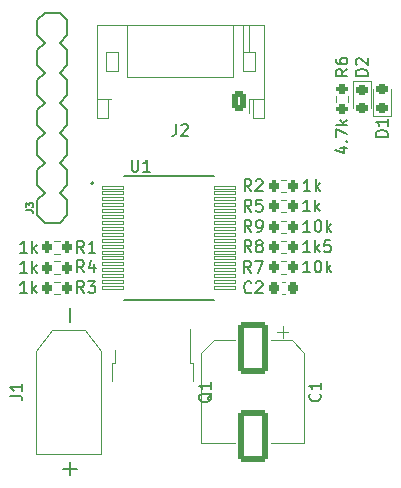
<source format=gto>
%TF.GenerationSoftware,KiCad,Pcbnew,(6.0.7-1)-1*%
%TF.CreationDate,2022-08-20T15:22:06+08:00*%
%TF.ProjectId,VNH5050A (test),564e4835-3035-4304-9120-287465737429,rev?*%
%TF.SameCoordinates,Original*%
%TF.FileFunction,Legend,Top*%
%TF.FilePolarity,Positive*%
%FSLAX46Y46*%
G04 Gerber Fmt 4.6, Leading zero omitted, Abs format (unit mm)*
G04 Created by KiCad (PCBNEW (6.0.7-1)-1) date 2022-08-20 15:22:06*
%MOMM*%
%LPD*%
G01*
G04 APERTURE LIST*
G04 Aperture macros list*
%AMRoundRect*
0 Rectangle with rounded corners*
0 $1 Rounding radius*
0 $2 $3 $4 $5 $6 $7 $8 $9 X,Y pos of 4 corners*
0 Add a 4 corners polygon primitive as box body*
4,1,4,$2,$3,$4,$5,$6,$7,$8,$9,$2,$3,0*
0 Add four circle primitives for the rounded corners*
1,1,$1+$1,$2,$3*
1,1,$1+$1,$4,$5*
1,1,$1+$1,$6,$7*
1,1,$1+$1,$8,$9*
0 Add four rect primitives between the rounded corners*
20,1,$1+$1,$2,$3,$4,$5,0*
20,1,$1+$1,$4,$5,$6,$7,0*
20,1,$1+$1,$6,$7,$8,$9,0*
20,1,$1+$1,$8,$9,$2,$3,0*%
G04 Aperture macros list end*
%ADD10C,0.150000*%
%ADD11C,0.127000*%
%ADD12C,0.120000*%
%ADD13C,0.203200*%
%ADD14C,0.200000*%
%ADD15RoundRect,0.250000X-1.000000X1.950000X-1.000000X-1.950000X1.000000X-1.950000X1.000000X1.950000X0*%
%ADD16RoundRect,0.200000X0.200000X0.275000X-0.200000X0.275000X-0.200000X-0.275000X0.200000X-0.275000X0*%
%ADD17R,1.200000X2.200000*%
%ADD18R,5.800000X6.400000*%
%ADD19R,3.000000X3.000000*%
%ADD20C,3.000000*%
%ADD21RoundRect,0.225000X0.225000X0.250000X-0.225000X0.250000X-0.225000X-0.250000X0.225000X-0.250000X0*%
%ADD22C,2.082800*%
%ADD23RoundRect,0.250000X0.350000X0.625000X-0.350000X0.625000X-0.350000X-0.625000X0.350000X-0.625000X0*%
%ADD24O,1.200000X1.750000*%
%ADD25RoundRect,0.200000X-0.200000X-0.275000X0.200000X-0.275000X0.200000X0.275000X-0.200000X0.275000X0*%
%ADD26RoundRect,0.218750X0.256250X-0.218750X0.256250X0.218750X-0.256250X0.218750X-0.256250X-0.218750X0*%
%ADD27RoundRect,0.200000X-0.275000X0.200000X-0.275000X-0.200000X0.275000X-0.200000X0.275000X0.200000X0*%
%ADD28RoundRect,0.218750X-0.256250X0.218750X-0.256250X-0.218750X0.256250X-0.218750X0.256250X0.218750X0*%
%ADD29RoundRect,0.014000X-0.881000X-0.161000X0.881000X-0.161000X0.881000X0.161000X-0.881000X0.161000X0*%
%ADD30R,2.100000X3.250000*%
%ADD31R,0.808000X0.808000*%
%ADD32R,4.950000X3.250000*%
G04 APERTURE END LIST*
D10*
X167874542Y-113881266D02*
X167922161Y-113928885D01*
X167969780Y-114071742D01*
X167969780Y-114166980D01*
X167922161Y-114309838D01*
X167826923Y-114405076D01*
X167731685Y-114452695D01*
X167541209Y-114500314D01*
X167398352Y-114500314D01*
X167207876Y-114452695D01*
X167112638Y-114405076D01*
X167017400Y-114309838D01*
X166969780Y-114166980D01*
X166969780Y-114071742D01*
X167017400Y-113928885D01*
X167065019Y-113881266D01*
X167969780Y-112928885D02*
X167969780Y-113500314D01*
X167969780Y-113214600D02*
X166969780Y-113214600D01*
X167112638Y-113309838D01*
X167207876Y-113405076D01*
X167255495Y-113500314D01*
X162094142Y-96715980D02*
X161760809Y-96239790D01*
X161522713Y-96715980D02*
X161522713Y-95715980D01*
X161903666Y-95715980D01*
X161998904Y-95763600D01*
X162046523Y-95811219D01*
X162094142Y-95906457D01*
X162094142Y-96049314D01*
X162046523Y-96144552D01*
X161998904Y-96192171D01*
X161903666Y-96239790D01*
X161522713Y-96239790D01*
X162475094Y-95811219D02*
X162522713Y-95763600D01*
X162617951Y-95715980D01*
X162856047Y-95715980D01*
X162951285Y-95763600D01*
X162998904Y-95811219D01*
X163046523Y-95906457D01*
X163046523Y-96001695D01*
X162998904Y-96144552D01*
X162427475Y-96715980D01*
X163046523Y-96715980D01*
X167094761Y-96715980D02*
X166523332Y-96715980D01*
X166809047Y-96715980D02*
X166809047Y-95715980D01*
X166713809Y-95858838D01*
X166618570Y-95954076D01*
X166523332Y-96001695D01*
X167523332Y-96715980D02*
X167523332Y-95715980D01*
X167618570Y-96335028D02*
X167904285Y-96715980D01*
X167904285Y-96049314D02*
X167523332Y-96430266D01*
X158760719Y-113809838D02*
X158713100Y-113905076D01*
X158617861Y-114000314D01*
X158475004Y-114143171D01*
X158427385Y-114238409D01*
X158427385Y-114333647D01*
X158665480Y-114286028D02*
X158617861Y-114381266D01*
X158522623Y-114476504D01*
X158332147Y-114524123D01*
X157998814Y-114524123D01*
X157808338Y-114476504D01*
X157713100Y-114381266D01*
X157665480Y-114286028D01*
X157665480Y-114095552D01*
X157713100Y-114000314D01*
X157808338Y-113905076D01*
X157998814Y-113857457D01*
X158332147Y-113857457D01*
X158522623Y-113905076D01*
X158617861Y-114000314D01*
X158665480Y-114095552D01*
X158665480Y-114286028D01*
X158665480Y-112905076D02*
X158665480Y-113476504D01*
X158665480Y-113190790D02*
X157665480Y-113190790D01*
X157808338Y-113286028D01*
X157903576Y-113381266D01*
X157951195Y-113476504D01*
X141692380Y-114047933D02*
X142406666Y-114047933D01*
X142549523Y-114095552D01*
X142644761Y-114190790D01*
X142692380Y-114333647D01*
X142692380Y-114428885D01*
X142692380Y-113047933D02*
X142692380Y-113619361D01*
X142692380Y-113333647D02*
X141692380Y-113333647D01*
X141835238Y-113428885D01*
X141930476Y-113524123D01*
X141978095Y-113619361D01*
X146715942Y-120786028D02*
X146715942Y-119643171D01*
X147287371Y-120214600D02*
X146144514Y-120214600D01*
X146715942Y-107786028D02*
X146715942Y-106643171D01*
X162094142Y-105261142D02*
X162046523Y-105308761D01*
X161903666Y-105356380D01*
X161808428Y-105356380D01*
X161665570Y-105308761D01*
X161570332Y-105213523D01*
X161522713Y-105118285D01*
X161475094Y-104927809D01*
X161475094Y-104784952D01*
X161522713Y-104594476D01*
X161570332Y-104499238D01*
X161665570Y-104404000D01*
X161808428Y-104356380D01*
X161903666Y-104356380D01*
X162046523Y-104404000D01*
X162094142Y-104451619D01*
X162475094Y-104451619D02*
X162522713Y-104404000D01*
X162617951Y-104356380D01*
X162856047Y-104356380D01*
X162951285Y-104404000D01*
X162998904Y-104451619D01*
X163046523Y-104546857D01*
X163046523Y-104642095D01*
X162998904Y-104784952D01*
X162427475Y-105356380D01*
X163046523Y-105356380D01*
D11*
X142999571Y-98322200D02*
X143435000Y-98322200D01*
X143522085Y-98351228D01*
X143580142Y-98409285D01*
X143609171Y-98496371D01*
X143609171Y-98554428D01*
X142999571Y-98089971D02*
X142999571Y-97712600D01*
X143231800Y-97915800D01*
X143231800Y-97828714D01*
X143260828Y-97770657D01*
X143289857Y-97741628D01*
X143347914Y-97712600D01*
X143493057Y-97712600D01*
X143551114Y-97741628D01*
X143580142Y-97770657D01*
X143609171Y-97828714D01*
X143609171Y-98002885D01*
X143580142Y-98060942D01*
X143551114Y-98089971D01*
D10*
X155725466Y-91039780D02*
X155725466Y-91754066D01*
X155677847Y-91896923D01*
X155582609Y-91992161D01*
X155439752Y-92039780D01*
X155344514Y-92039780D01*
X156154038Y-91135019D02*
X156201657Y-91087400D01*
X156296895Y-91039780D01*
X156534990Y-91039780D01*
X156630228Y-91087400D01*
X156677847Y-91135019D01*
X156725466Y-91230257D01*
X156725466Y-91325495D01*
X156677847Y-91468352D01*
X156106419Y-92039780D01*
X156725466Y-92039780D01*
X162094142Y-98445580D02*
X161760809Y-97969390D01*
X161522713Y-98445580D02*
X161522713Y-97445580D01*
X161903666Y-97445580D01*
X161998904Y-97493200D01*
X162046523Y-97540819D01*
X162094142Y-97636057D01*
X162094142Y-97778914D01*
X162046523Y-97874152D01*
X161998904Y-97921771D01*
X161903666Y-97969390D01*
X161522713Y-97969390D01*
X162998904Y-97445580D02*
X162522713Y-97445580D01*
X162475094Y-97921771D01*
X162522713Y-97874152D01*
X162617951Y-97826533D01*
X162856047Y-97826533D01*
X162951285Y-97874152D01*
X162998904Y-97921771D01*
X163046523Y-98017009D01*
X163046523Y-98255104D01*
X162998904Y-98350342D01*
X162951285Y-98397961D01*
X162856047Y-98445580D01*
X162617951Y-98445580D01*
X162522713Y-98397961D01*
X162475094Y-98350342D01*
X167069361Y-98420180D02*
X166497932Y-98420180D01*
X166783647Y-98420180D02*
X166783647Y-97420180D01*
X166688409Y-97563038D01*
X166593170Y-97658276D01*
X166497932Y-97705895D01*
X167497932Y-98420180D02*
X167497932Y-97420180D01*
X167593170Y-98039228D02*
X167878885Y-98420180D01*
X167878885Y-97753514D02*
X167497932Y-98134466D01*
X173630780Y-92126095D02*
X172630780Y-92126095D01*
X172630780Y-91888000D01*
X172678400Y-91745142D01*
X172773638Y-91649904D01*
X172868876Y-91602285D01*
X173059352Y-91554666D01*
X173202209Y-91554666D01*
X173392685Y-91602285D01*
X173487923Y-91649904D01*
X173583161Y-91745142D01*
X173630780Y-91888000D01*
X173630780Y-92126095D01*
X173630780Y-90602285D02*
X173630780Y-91173714D01*
X173630780Y-90888000D02*
X172630780Y-90888000D01*
X172773638Y-90983238D01*
X172868876Y-91078476D01*
X172916495Y-91173714D01*
X162094142Y-100172780D02*
X161760809Y-99696590D01*
X161522713Y-100172780D02*
X161522713Y-99172780D01*
X161903666Y-99172780D01*
X161998904Y-99220400D01*
X162046523Y-99268019D01*
X162094142Y-99363257D01*
X162094142Y-99506114D01*
X162046523Y-99601352D01*
X161998904Y-99648971D01*
X161903666Y-99696590D01*
X161522713Y-99696590D01*
X162570332Y-100172780D02*
X162760809Y-100172780D01*
X162856047Y-100125161D01*
X162903666Y-100077542D01*
X162998904Y-99934685D01*
X163046523Y-99744209D01*
X163046523Y-99363257D01*
X162998904Y-99268019D01*
X162951285Y-99220400D01*
X162856047Y-99172780D01*
X162665570Y-99172780D01*
X162570332Y-99220400D01*
X162522713Y-99268019D01*
X162475094Y-99363257D01*
X162475094Y-99601352D01*
X162522713Y-99696590D01*
X162570332Y-99744209D01*
X162665570Y-99791828D01*
X162856047Y-99791828D01*
X162951285Y-99744209D01*
X162998904Y-99696590D01*
X163046523Y-99601352D01*
X167075770Y-100172780D02*
X166504342Y-100172780D01*
X166790056Y-100172780D02*
X166790056Y-99172780D01*
X166694818Y-99315638D01*
X166599580Y-99410876D01*
X166504342Y-99458495D01*
X167694818Y-99172780D02*
X167790056Y-99172780D01*
X167885294Y-99220400D01*
X167932913Y-99268019D01*
X167980532Y-99363257D01*
X168028151Y-99553733D01*
X168028151Y-99791828D01*
X167980532Y-99982304D01*
X167932913Y-100077542D01*
X167885294Y-100125161D01*
X167790056Y-100172780D01*
X167694818Y-100172780D01*
X167599580Y-100125161D01*
X167551961Y-100077542D01*
X167504342Y-99982304D01*
X167456723Y-99791828D01*
X167456723Y-99553733D01*
X167504342Y-99363257D01*
X167551961Y-99268019D01*
X167599580Y-99220400D01*
X167694818Y-99172780D01*
X168456723Y-100172780D02*
X168456723Y-99172780D01*
X168551961Y-99791828D02*
X168837675Y-100172780D01*
X168837675Y-99506114D02*
X168456723Y-99887066D01*
X147920942Y-105330980D02*
X147587609Y-104854790D01*
X147349513Y-105330980D02*
X147349513Y-104330980D01*
X147730466Y-104330980D01*
X147825704Y-104378600D01*
X147873323Y-104426219D01*
X147920942Y-104521457D01*
X147920942Y-104664314D01*
X147873323Y-104759552D01*
X147825704Y-104807171D01*
X147730466Y-104854790D01*
X147349513Y-104854790D01*
X148254275Y-104330980D02*
X148873323Y-104330980D01*
X148539989Y-104711933D01*
X148682847Y-104711933D01*
X148778085Y-104759552D01*
X148825704Y-104807171D01*
X148873323Y-104902409D01*
X148873323Y-105140504D01*
X148825704Y-105235742D01*
X148778085Y-105283361D01*
X148682847Y-105330980D01*
X148397132Y-105330980D01*
X148301894Y-105283361D01*
X148254275Y-105235742D01*
X143091761Y-105356380D02*
X142520332Y-105356380D01*
X142806047Y-105356380D02*
X142806047Y-104356380D01*
X142710809Y-104499238D01*
X142615570Y-104594476D01*
X142520332Y-104642095D01*
X143520332Y-105356380D02*
X143520332Y-104356380D01*
X143615570Y-104975428D02*
X143901285Y-105356380D01*
X143901285Y-104689714D02*
X143520332Y-105070666D01*
X147920942Y-101927380D02*
X147587609Y-101451190D01*
X147349513Y-101927380D02*
X147349513Y-100927380D01*
X147730466Y-100927380D01*
X147825704Y-100975000D01*
X147873323Y-101022619D01*
X147920942Y-101117857D01*
X147920942Y-101260714D01*
X147873323Y-101355952D01*
X147825704Y-101403571D01*
X147730466Y-101451190D01*
X147349513Y-101451190D01*
X148873323Y-101927380D02*
X148301894Y-101927380D01*
X148587609Y-101927380D02*
X148587609Y-100927380D01*
X148492370Y-101070238D01*
X148397132Y-101165476D01*
X148301894Y-101213095D01*
X143091761Y-101927380D02*
X142520332Y-101927380D01*
X142806047Y-101927380D02*
X142806047Y-100927380D01*
X142710809Y-101070238D01*
X142615570Y-101165476D01*
X142520332Y-101213095D01*
X143520332Y-101927380D02*
X143520332Y-100927380D01*
X143615570Y-101546428D02*
X143901285Y-101927380D01*
X143901285Y-101260714D02*
X143520332Y-101641666D01*
X162094142Y-101872180D02*
X161760809Y-101395990D01*
X161522713Y-101872180D02*
X161522713Y-100872180D01*
X161903666Y-100872180D01*
X161998904Y-100919800D01*
X162046523Y-100967419D01*
X162094142Y-101062657D01*
X162094142Y-101205514D01*
X162046523Y-101300752D01*
X161998904Y-101348371D01*
X161903666Y-101395990D01*
X161522713Y-101395990D01*
X162665570Y-101300752D02*
X162570332Y-101253133D01*
X162522713Y-101205514D01*
X162475094Y-101110276D01*
X162475094Y-101062657D01*
X162522713Y-100967419D01*
X162570332Y-100919800D01*
X162665570Y-100872180D01*
X162856047Y-100872180D01*
X162951285Y-100919800D01*
X162998904Y-100967419D01*
X163046523Y-101062657D01*
X163046523Y-101110276D01*
X162998904Y-101205514D01*
X162951285Y-101253133D01*
X162856047Y-101300752D01*
X162665570Y-101300752D01*
X162570332Y-101348371D01*
X162522713Y-101395990D01*
X162475094Y-101491228D01*
X162475094Y-101681704D01*
X162522713Y-101776942D01*
X162570332Y-101824561D01*
X162665570Y-101872180D01*
X162856047Y-101872180D01*
X162951285Y-101824561D01*
X162998904Y-101776942D01*
X163046523Y-101681704D01*
X163046523Y-101491228D01*
X162998904Y-101395990D01*
X162951285Y-101348371D01*
X162856047Y-101300752D01*
X167075770Y-101872180D02*
X166504342Y-101872180D01*
X166790056Y-101872180D02*
X166790056Y-100872180D01*
X166694818Y-101015038D01*
X166599580Y-101110276D01*
X166504342Y-101157895D01*
X167504342Y-101872180D02*
X167504342Y-100872180D01*
X167599580Y-101491228D02*
X167885294Y-101872180D01*
X167885294Y-101205514D02*
X167504342Y-101586466D01*
X168790056Y-100872180D02*
X168313866Y-100872180D01*
X168266247Y-101348371D01*
X168313866Y-101300752D01*
X168409104Y-101253133D01*
X168647199Y-101253133D01*
X168742437Y-101300752D01*
X168790056Y-101348371D01*
X168837675Y-101443609D01*
X168837675Y-101681704D01*
X168790056Y-101776942D01*
X168742437Y-101824561D01*
X168647199Y-101872180D01*
X168409104Y-101872180D01*
X168313866Y-101824561D01*
X168266247Y-101776942D01*
X170227180Y-86367666D02*
X169750990Y-86701000D01*
X170227180Y-86939095D02*
X169227180Y-86939095D01*
X169227180Y-86558142D01*
X169274800Y-86462904D01*
X169322419Y-86415285D01*
X169417657Y-86367666D01*
X169560514Y-86367666D01*
X169655752Y-86415285D01*
X169703371Y-86462904D01*
X169750990Y-86558142D01*
X169750990Y-86939095D01*
X169227180Y-85510523D02*
X169227180Y-85701000D01*
X169274800Y-85796238D01*
X169322419Y-85843857D01*
X169465276Y-85939095D01*
X169655752Y-85986714D01*
X170036704Y-85986714D01*
X170131942Y-85939095D01*
X170179561Y-85891476D01*
X170227180Y-85796238D01*
X170227180Y-85605761D01*
X170179561Y-85510523D01*
X170131942Y-85462904D01*
X170036704Y-85415285D01*
X169798609Y-85415285D01*
X169703371Y-85462904D01*
X169655752Y-85510523D01*
X169608133Y-85605761D01*
X169608133Y-85796238D01*
X169655752Y-85891476D01*
X169703371Y-85939095D01*
X169798609Y-85986714D01*
X169560514Y-93022371D02*
X170227180Y-93022371D01*
X169179561Y-93260466D02*
X169893847Y-93498561D01*
X169893847Y-92879514D01*
X170131942Y-92498561D02*
X170179561Y-92450942D01*
X170227180Y-92498561D01*
X170179561Y-92546180D01*
X170131942Y-92498561D01*
X170227180Y-92498561D01*
X169227180Y-92117609D02*
X169227180Y-91450942D01*
X170227180Y-91879514D01*
X170227180Y-91069990D02*
X169227180Y-91069990D01*
X169846228Y-90974752D02*
X170227180Y-90689038D01*
X169560514Y-90689038D02*
X169941466Y-91069990D01*
X162043342Y-103624780D02*
X161710009Y-103148590D01*
X161471913Y-103624780D02*
X161471913Y-102624780D01*
X161852866Y-102624780D01*
X161948104Y-102672400D01*
X161995723Y-102720019D01*
X162043342Y-102815257D01*
X162043342Y-102958114D01*
X161995723Y-103053352D01*
X161948104Y-103100971D01*
X161852866Y-103148590D01*
X161471913Y-103148590D01*
X162376675Y-102624780D02*
X163043342Y-102624780D01*
X162614770Y-103624780D01*
X167075770Y-103599380D02*
X166504342Y-103599380D01*
X166790056Y-103599380D02*
X166790056Y-102599380D01*
X166694818Y-102742238D01*
X166599580Y-102837476D01*
X166504342Y-102885095D01*
X167694818Y-102599380D02*
X167790056Y-102599380D01*
X167885294Y-102647000D01*
X167932913Y-102694619D01*
X167980532Y-102789857D01*
X168028151Y-102980333D01*
X168028151Y-103218428D01*
X167980532Y-103408904D01*
X167932913Y-103504142D01*
X167885294Y-103551761D01*
X167790056Y-103599380D01*
X167694818Y-103599380D01*
X167599580Y-103551761D01*
X167551961Y-103504142D01*
X167504342Y-103408904D01*
X167456723Y-103218428D01*
X167456723Y-102980333D01*
X167504342Y-102789857D01*
X167551961Y-102694619D01*
X167599580Y-102647000D01*
X167694818Y-102599380D01*
X168456723Y-103599380D02*
X168456723Y-102599380D01*
X168551961Y-103218428D02*
X168837675Y-103599380D01*
X168837675Y-102932714D02*
X168456723Y-103313666D01*
X171928980Y-86959095D02*
X170928980Y-86959095D01*
X170928980Y-86721000D01*
X170976600Y-86578142D01*
X171071838Y-86482904D01*
X171167076Y-86435285D01*
X171357552Y-86387666D01*
X171500409Y-86387666D01*
X171690885Y-86435285D01*
X171786123Y-86482904D01*
X171881361Y-86578142D01*
X171928980Y-86721000D01*
X171928980Y-86959095D01*
X171024219Y-86006714D02*
X170976600Y-85959095D01*
X170928980Y-85863857D01*
X170928980Y-85625761D01*
X170976600Y-85530523D01*
X171024219Y-85482904D01*
X171119457Y-85435285D01*
X171214695Y-85435285D01*
X171357552Y-85482904D01*
X171928980Y-86054333D01*
X171928980Y-85435285D01*
X151950104Y-94049380D02*
X151950104Y-94858904D01*
X151997723Y-94954142D01*
X152045342Y-95001761D01*
X152140580Y-95049380D01*
X152331056Y-95049380D01*
X152426294Y-95001761D01*
X152473913Y-94954142D01*
X152521532Y-94858904D01*
X152521532Y-94049380D01*
X153521532Y-95049380D02*
X152950104Y-95049380D01*
X153235818Y-95049380D02*
X153235818Y-94049380D01*
X153140580Y-94192238D01*
X153045342Y-94287476D01*
X152950104Y-94335095D01*
X147920942Y-103578380D02*
X147587609Y-103102190D01*
X147349513Y-103578380D02*
X147349513Y-102578380D01*
X147730466Y-102578380D01*
X147825704Y-102626000D01*
X147873323Y-102673619D01*
X147920942Y-102768857D01*
X147920942Y-102911714D01*
X147873323Y-103006952D01*
X147825704Y-103054571D01*
X147730466Y-103102190D01*
X147349513Y-103102190D01*
X148778085Y-102911714D02*
X148778085Y-103578380D01*
X148539989Y-102530761D02*
X148301894Y-103245047D01*
X148920942Y-103245047D01*
X143091761Y-103629180D02*
X142520332Y-103629180D01*
X142806047Y-103629180D02*
X142806047Y-102629180D01*
X142710809Y-102772038D01*
X142615570Y-102867276D01*
X142520332Y-102914895D01*
X143520332Y-103629180D02*
X143520332Y-102629180D01*
X143615570Y-103248228D02*
X143901285Y-103629180D01*
X143901285Y-102962514D02*
X143520332Y-103343466D01*
D12*
X157857400Y-110419037D02*
X157857400Y-118074600D01*
X158921837Y-109354600D02*
X160707400Y-109354600D01*
X164727400Y-108114600D02*
X164727400Y-109114600D01*
X158921837Y-109354600D02*
X157857400Y-110419037D01*
X166577400Y-118074600D02*
X163727400Y-118074600D01*
X165227400Y-108614600D02*
X164227400Y-108614600D01*
X157857400Y-118074600D02*
X160707400Y-118074600D01*
X165512963Y-109354600D02*
X166577400Y-110419037D01*
X166577400Y-110419037D02*
X166577400Y-118074600D01*
X165512963Y-109354600D02*
X163727400Y-109354600D01*
X165038067Y-95741100D02*
X164563551Y-95741100D01*
X165038067Y-96786100D02*
X164563551Y-96786100D01*
X156893100Y-111244600D02*
X156893100Y-108414600D01*
X150263100Y-112744600D02*
X150263100Y-111244600D01*
X157163100Y-111244600D02*
X156893100Y-111244600D01*
X150533100Y-111244600D02*
X150533100Y-110144600D01*
X157163100Y-112744600D02*
X157163100Y-111244600D01*
X150263100Y-111244600D02*
X150533100Y-111244600D01*
X149318800Y-118924600D02*
X143898800Y-118924600D01*
X145198800Y-108504600D02*
X143898800Y-110204600D01*
X148018800Y-108504600D02*
X145198800Y-108504600D01*
X149318800Y-110204600D02*
X149318800Y-118924600D01*
X148018800Y-108504600D02*
X149318800Y-110204600D01*
X143898800Y-110204600D02*
X143898800Y-118924600D01*
X164941389Y-105409600D02*
X164660229Y-105409600D01*
X164941389Y-104389600D02*
X164660229Y-104389600D01*
D13*
X146508400Y-86054000D02*
X145873400Y-86689000D01*
X145873400Y-99389000D02*
X146508400Y-98754000D01*
X143968400Y-84784000D02*
X144603400Y-84149000D01*
X146508400Y-94944000D02*
X146508400Y-96214000D01*
X145873400Y-84149000D02*
X146508400Y-84784000D01*
X145873400Y-89229000D02*
X146508400Y-89864000D01*
X143968400Y-86054000D02*
X143968400Y-84784000D01*
X143968400Y-89864000D02*
X144603400Y-89229000D01*
X143968400Y-88594000D02*
X143968400Y-87324000D01*
X143968400Y-87324000D02*
X144603400Y-86689000D01*
X143968400Y-91134000D02*
X144603400Y-91769000D01*
X146508400Y-82244000D02*
X146508400Y-83514000D01*
X145873400Y-91769000D02*
X146508400Y-91134000D01*
X145873400Y-96849000D02*
X146508400Y-97484000D01*
X146508400Y-97484000D02*
X146508400Y-98754000D01*
X143968400Y-97484000D02*
X144603400Y-96849000D01*
X143968400Y-91134000D02*
X143968400Y-89864000D01*
X143968400Y-83514000D02*
X144603400Y-84149000D01*
X144603400Y-94309000D02*
X143968400Y-93674000D01*
X143968400Y-96214000D02*
X143968400Y-94944000D01*
X144603400Y-89229000D02*
X143968400Y-88594000D01*
X144603400Y-81609000D02*
X145873400Y-81609000D01*
X145873400Y-84149000D02*
X146508400Y-83514000D01*
X143968400Y-92404000D02*
X144603400Y-91769000D01*
X146508400Y-84784000D02*
X146508400Y-86054000D01*
X145873400Y-91769000D02*
X146508400Y-92404000D01*
X143968400Y-83514000D02*
X143968400Y-82244000D01*
X146508400Y-87324000D02*
X146508400Y-88594000D01*
X143968400Y-94944000D02*
X144603400Y-94309000D01*
X144603400Y-99389000D02*
X145873400Y-99389000D01*
X146508400Y-88594000D02*
X145873400Y-89229000D01*
X146508400Y-96214000D02*
X145873400Y-96849000D01*
X143968400Y-82244000D02*
X144603400Y-81609000D01*
X144603400Y-96849000D02*
X143968400Y-96214000D01*
X143968400Y-98754000D02*
X144603400Y-99389000D01*
X146508400Y-89864000D02*
X146508400Y-91134000D01*
X145873400Y-81609000D02*
X146508400Y-82244000D01*
X145873400Y-86689000D02*
X146508400Y-87324000D01*
X146508400Y-93674000D02*
X145873400Y-94309000D01*
X146508400Y-92404000D02*
X146508400Y-93674000D01*
X145873400Y-94309000D02*
X146508400Y-94944000D01*
X144603400Y-86689000D02*
X143968400Y-86054000D01*
X143968400Y-93674000D02*
X143968400Y-92404000D01*
X143968400Y-98754000D02*
X143968400Y-97484000D01*
D12*
X162358800Y-84937400D02*
X161358800Y-84937400D01*
X162198800Y-90497400D02*
X163118800Y-90497400D01*
X161358800Y-84937400D02*
X161358800Y-86537400D01*
X163118800Y-82677400D02*
X148998800Y-82677400D01*
X149758800Y-84937400D02*
X150758800Y-84937400D01*
X150758800Y-84937400D02*
X150758800Y-86537400D01*
X162358800Y-86537400D02*
X162358800Y-84937400D01*
X161918800Y-88897400D02*
X162198800Y-88897400D01*
X151558800Y-87037400D02*
X151558800Y-82677400D01*
X149758800Y-86537400D02*
X149758800Y-84937400D01*
X161358800Y-86537400D02*
X162358800Y-86537400D01*
X163118800Y-88897400D02*
X162198800Y-88897400D01*
X161358800Y-84937400D02*
X161358800Y-82677400D01*
X163118800Y-90497400D02*
X163118800Y-82677400D01*
X161858800Y-84937400D02*
X161858800Y-82677400D01*
X148998800Y-90497400D02*
X149918800Y-90497400D01*
X160558800Y-82677400D02*
X160558800Y-87037400D01*
X149918800Y-90497400D02*
X149918800Y-88897400D01*
X150758800Y-86537400D02*
X149758800Y-86537400D01*
X148998800Y-82677400D02*
X148998800Y-90497400D01*
X161918800Y-88897400D02*
X161918800Y-90112400D01*
X162198800Y-88897400D02*
X162198800Y-90497400D01*
X148998800Y-88897400D02*
X149918800Y-88897400D01*
X149918800Y-88897400D02*
X150198800Y-88897400D01*
X160558800Y-87037400D02*
X151558800Y-87037400D01*
X164563551Y-97470700D02*
X165038067Y-97470700D01*
X164563551Y-98515700D02*
X165038067Y-98515700D01*
X172418000Y-90358400D02*
X173888000Y-90358400D01*
X172418000Y-88073400D02*
X172418000Y-90358400D01*
X173888000Y-90358400D02*
X173888000Y-88073400D01*
X164563551Y-99197900D02*
X165038067Y-99197900D01*
X164563551Y-100242900D02*
X165038067Y-100242900D01*
X145386551Y-104381500D02*
X145861067Y-104381500D01*
X145386551Y-105426500D02*
X145861067Y-105426500D01*
X145386551Y-101997500D02*
X145861067Y-101997500D01*
X145386551Y-100952500D02*
X145861067Y-100952500D01*
X165038067Y-100922700D02*
X164563551Y-100922700D01*
X165038067Y-101967700D02*
X164563551Y-101967700D01*
X169252300Y-88656142D02*
X169252300Y-89130658D01*
X170297300Y-88656142D02*
X170297300Y-89130658D01*
X165038067Y-103689700D02*
X164563551Y-103689700D01*
X165038067Y-102644700D02*
X164563551Y-102644700D01*
X172186200Y-89713400D02*
X172186200Y-87428400D01*
X172186200Y-87428400D02*
X170716200Y-87428400D01*
X170716200Y-87428400D02*
X170716200Y-89713400D01*
D11*
X151327009Y-105909000D02*
X158927009Y-105909000D01*
X151327009Y-95409000D02*
X158927009Y-95409000D01*
D14*
X148722009Y-96059000D02*
G75*
G03*
X148722009Y-96059000I-100000J0D01*
G01*
D12*
X145861067Y-103699300D02*
X145386551Y-103699300D01*
X145861067Y-102654300D02*
X145386551Y-102654300D01*
%LPC*%
D15*
X162217400Y-110014600D03*
X162217400Y-117414600D03*
D16*
X165625809Y-96263600D03*
X163975809Y-96263600D03*
D17*
X155993100Y-109514600D03*
D18*
X153713100Y-115814600D03*
D17*
X151433100Y-109514600D03*
D19*
X146608800Y-111214600D03*
D20*
X146608800Y-116214600D03*
D21*
X165575809Y-104899600D03*
X164025809Y-104899600D03*
D22*
X145111400Y-98119000D03*
X145365400Y-95579000D03*
X145111400Y-93039000D03*
X145365400Y-90499000D03*
X145111400Y-87959000D03*
X145365400Y-85419000D03*
X145111400Y-82879000D03*
D23*
X161058800Y-89037400D03*
D24*
X159058800Y-89037400D03*
X157058800Y-89037400D03*
X155058800Y-89037400D03*
X153058800Y-89037400D03*
X151058800Y-89037400D03*
D25*
X163975809Y-97993200D03*
X165625809Y-97993200D03*
D26*
X173153000Y-89660900D03*
X173153000Y-88085900D03*
D25*
X163975809Y-99720400D03*
X165625809Y-99720400D03*
X144798809Y-104904000D03*
X146448809Y-104904000D03*
X144798809Y-101475000D03*
X146448809Y-101475000D03*
D16*
X165625809Y-101445200D03*
X163975809Y-101445200D03*
D27*
X169774800Y-88068400D03*
X169774800Y-89718400D03*
D16*
X165625809Y-103167200D03*
X163975809Y-103167200D03*
D28*
X171451200Y-88125900D03*
X171451200Y-89700900D03*
D29*
X150412009Y-96409000D03*
X150412009Y-96909000D03*
X150412009Y-97409000D03*
X150412009Y-97909000D03*
X150412009Y-98409000D03*
X150412009Y-98909000D03*
X150412009Y-99409000D03*
X150412009Y-99909000D03*
X150412009Y-100409000D03*
X150412009Y-100909000D03*
X150412009Y-101409000D03*
X150412009Y-101909000D03*
X150412009Y-102409000D03*
X150412009Y-102909000D03*
X150412009Y-103409000D03*
X150412009Y-103909000D03*
X150412009Y-104409000D03*
X150412009Y-104909000D03*
X159842009Y-104909000D03*
X159842009Y-104409000D03*
X159842009Y-103909000D03*
X159842009Y-103409000D03*
X159842009Y-102909000D03*
X159842009Y-102409000D03*
X159842009Y-101909000D03*
X159842009Y-101409000D03*
X159842009Y-100909000D03*
X159842009Y-100409000D03*
X159842009Y-99909000D03*
X159842009Y-99409000D03*
X159842009Y-98909000D03*
X159842009Y-98409000D03*
X159842009Y-97909000D03*
X159842009Y-97409000D03*
X159842009Y-96909000D03*
X159842009Y-96409000D03*
D30*
X156577009Y-98634000D03*
D31*
X157102009Y-99717000D03*
X156052009Y-99717000D03*
X157102009Y-98634000D03*
X156052009Y-98634000D03*
X157102009Y-97551000D03*
X156052009Y-97551000D03*
D30*
X153677009Y-98634000D03*
D31*
X154202009Y-99717000D03*
X153152009Y-99717000D03*
X154202009Y-98634000D03*
X153152009Y-98634000D03*
X154202009Y-97551000D03*
X153152009Y-97551000D03*
D32*
X155127009Y-102684000D03*
D31*
X156983259Y-103767000D03*
X155745759Y-103767000D03*
X154508259Y-103767000D03*
X153270759Y-103767000D03*
X156983259Y-102684000D03*
X155745759Y-102684000D03*
X154508259Y-102684000D03*
X153270759Y-102684000D03*
X156983259Y-101601000D03*
X155745759Y-101601000D03*
X154508259Y-101601000D03*
X153270759Y-101601000D03*
D16*
X146448809Y-103176800D03*
X144798809Y-103176800D03*
M02*

</source>
